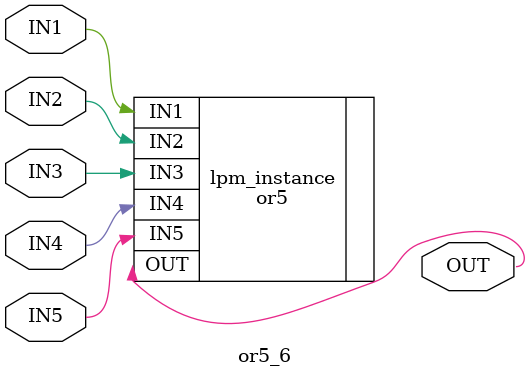
<source format=v>



module or5_6(IN1,IN3,IN2,IN5,IN4,OUT);
input IN1;
input IN3;
input IN2;
input IN5;
input IN4;
output OUT;

or5	lpm_instance(.IN1(IN1),.IN3(IN3),.IN2(IN2),.IN5(IN5),.IN4(IN4),.OUT(OUT));

endmodule

</source>
